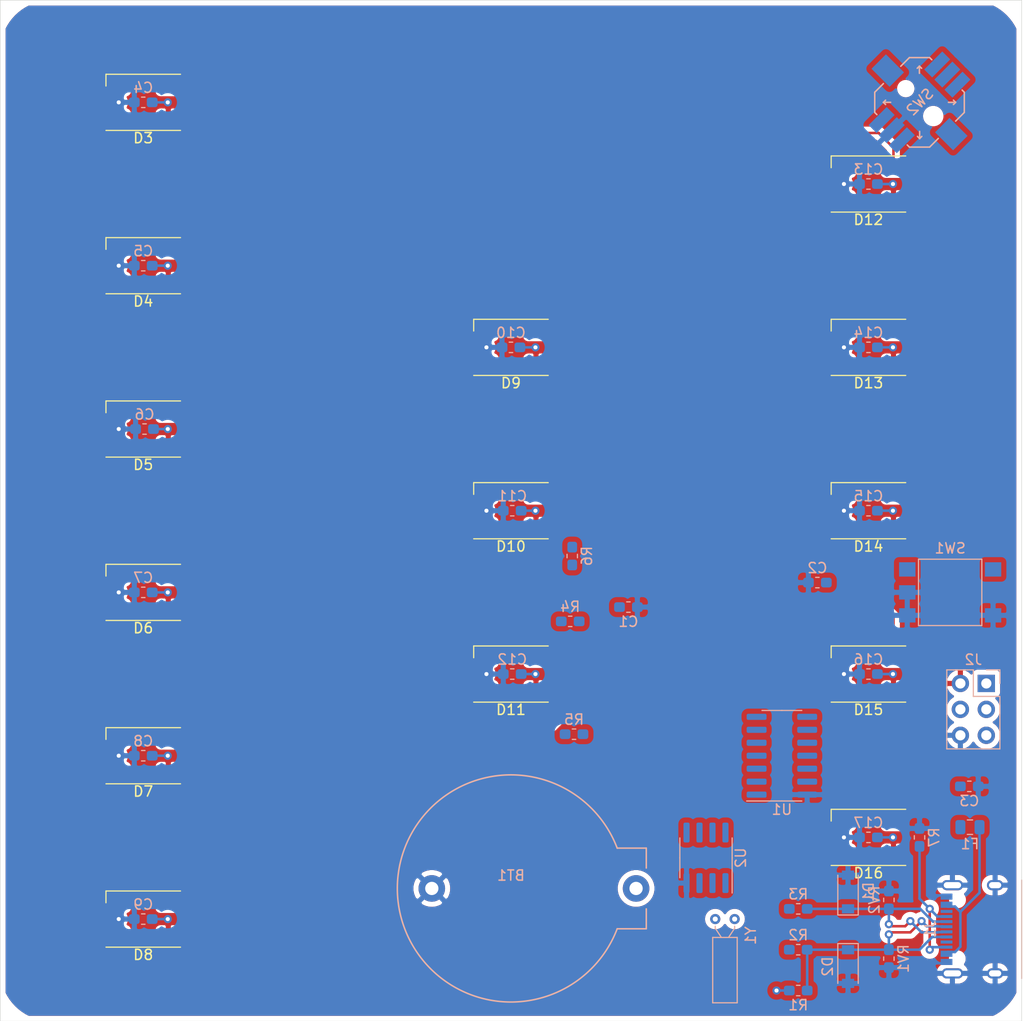
<source format=kicad_pcb>
(kicad_pcb (version 20171130) (host pcbnew "(5.1.2)-1")
  (layers (0 F.Cu signal) (31 B.Cu signal) (34 B.Paste user) (35 F.Paste user) (36 B.SilkS user) (37 F.SilkS user) (38 B.Mask user) (39 F.Mask user) (44 Edge.Cuts user))
  (net 0 "")
  (net 1 "Net-(BT1-Pad1)")
  (net 2 GND)
  (net 3 +5V)
  (net 4 "Net-(D1-Pad1)")
  (net 5 "Net-(D2-Pad1)")
  (net 6 "Net-(D3-Pad4)")
  (net 7 "Net-(D3-Pad2)")
  (net 8 "Net-(D4-Pad2)")
  (net 9 "Net-(D5-Pad2)")
  (net 10 "Net-(D6-Pad2)")
  (net 11 "Net-(D7-Pad2)")
  (net 12 "Net-(D8-Pad2)")
  (net 13 "Net-(D10-Pad4)")
  (net 14 "Net-(D10-Pad2)")
  (net 15 "Net-(D11-Pad2)")
  (net 16 "Net-(D12-Pad2)")
  (net 17 "Net-(D13-Pad2)")
  (net 18 "Net-(D14-Pad2)")
  (net 19 "Net-(D15-Pad2)")
  (net 20 "Net-(D16-Pad2)")
  (net 21 "Net-(F1-Pad2)")
  (net 22 "Net-(J1-PadA5)")
  (net 23 "Net-(J1-PadA8)")
  (net 24 "Net-(J1-PadB8)")
  (net 25 "Net-(J2-Pad1)")
  (net 26 "Net-(J2-Pad3)")
  (net 27 "Net-(J2-Pad4)")
  (net 28 "Net-(J2-Pad5)")
  (net 29 "Net-(R2-Pad2)")
  (net 30 "Net-(R3-Pad2)")
  (net 31 "Net-(SW2-Pad1)")
  (net 32 "Net-(SW2-Pad3)")
  (net 33 "Net-(SW2-Pad2)")
  (net 34 "Net-(SW2-Pad4)")
  (net 35 "Net-(SW2-Pad6)")
  (net 36 "Net-(U2-Pad1)")
  (net 37 "Net-(U2-Pad2)")
  (net 38 "Net-(U2-Pad7)")
  (module Clock_Footprints:U262-16XN-4BVC11 (layer B.Cu) (at 150 141 270)
    (fp_text reference J1 (at 0 8.95 270) (layer B.SilkS) (effects (justify mirror)))
    (fp_text value U262-16XN-4BVC11)
    (pad A12/B1 smd rect (at 3.2 7.355 270) (size 0.6 1.15) (layers B.Cu B.Paste B.Mask) (net 2 GND))
    (pad A9/B4 smd rect (at 2.4 7.355 270) (size 0.6 1.15) (layers B.Cu B.Paste B.Mask) (net 21 "Net-(F1-Pad2)"))
    (pad A1/B12 smd rect (at -3.2 7.355 270) (size 0.6 1.15) (layers B.Cu B.Paste B.Mask) (net 2 GND))
    (pad S1 thru_hole oval (at -4.32 2.6 270) (size 1 1.6) (drill oval 0.6 1.2) (layers *.Cu *.Mask) (net 2 GND))
    (pad S1 thru_hole oval (at 4.32 2.6 270) (size 1 1.6) (drill oval 0.6 1.2) (layers *.Cu *.Mask) (net 2 GND))
    (pad S1 thru_hole oval (at -4.32 6.78 270) (size 1 2.1) (drill oval 0.6 1.7) (layers *.Cu *.Mask) (net 2 GND))
    (pad S1 thru_hole oval (at 4.32 6.78 270) (size 1 2.1) (drill oval 0.6 1.7) (layers *.Cu *.Mask) (net 2 GND))
    (pad "" np_thru_hole circle (at -2.89 6.28 270) (size 0.65 0.65) (drill 0.65) (layers *.Cu *.Mask))
    (pad "" np_thru_hole circle (at 2.89 6.3 270) (size 0.65 0.65) (drill 0.65) (layers *.Cu *.Mask))
    (pad A4/B9 smd rect (at -2.4 7.355 270) (size 0.6 1.15) (layers B.Cu B.Paste B.Mask) (net 21 "Net-(F1-Pad2)"))
    (pad B8 smd rect (at -1.75 7.355 270) (size 0.3 1.15) (layers B.Cu B.Paste B.Mask) (net 24 "Net-(J1-PadB8)"))
    (pad A5 smd rect (at -1.25 7.355 270) (size 0.3 1.15) (layers B.Cu B.Paste B.Mask) (net 22 "Net-(J1-PadA5)"))
    (pad B7 smd rect (at -0.75 7.355 270) (size 0.3 1.15) (layers B.Cu B.Paste B.Mask) (net 4 "Net-(D1-Pad1)"))
    (pad A6 smd rect (at -0.25 7.355 270) (size 0.3 1.15) (layers B.Cu B.Paste B.Mask) (net 5 "Net-(D2-Pad1)"))
    (pad A7 smd rect (at 0.25 7.355 270) (size 0.3 1.15) (layers B.Cu B.Paste B.Mask) (net 4 "Net-(D1-Pad1)"))
    (pad B6 smd rect (at 0.75 7.355 270) (size 0.3 1.15) (layers B.Cu B.Paste B.Mask) (net 5 "Net-(D2-Pad1)"))
    (pad A8 smd rect (at 1.25 7.355 270) (size 0.3 1.15) (layers B.Cu B.Paste B.Mask) (net 23 "Net-(J1-PadA8)"))
    (pad B5 smd rect (at 1.75 7.355 270) (size 0.3 1.15) (layers B.Cu B.Paste B.Mask) (net 22 "Net-(J1-PadA5)"))
  )
  (module Clock_Footprints:K1-5203UA-01 (layer B.Cu) (at 140 60 45)
    (fp_text reference SW2 (at 0.059999 0 225) (layer B.SilkS) (effects (justify mirror)))
    (fp_text value SW_5_Way)
    (pad 6 smd rect (at -3.85 1.4 225) (size 2.5 1.1) (layers B.Cu B.Paste B.Mask) (net 35 "Net-(SW2-Pad6)"))
    (pad 4 smd rect (at -3.85 -1.4 225) (size 2.5 1.1) (layers B.Cu B.Paste B.Mask) (net 34 "Net-(SW2-Pad4)"))
    (pad 5 smd rect (at -3.85 0 225) (size 2.5 1.1) (layers B.Cu B.Paste B.Mask) (net 2 GND))
    (pad "" smd rect (at 0 -4.4 45) (size 2 2.5) (layers B.Cu B.Paste B.Mask))
    (pad "" smd rect (at 0 4.4 45) (size 2 2.5) (layers B.Cu B.Paste B.Mask))
    (pad "" np_thru_hole circle (at 0 -1.9 45) (size 0.7 0.7) (drill 0.7) (layers *.Cu))
    (pad "" np_thru_hole circle (at 0 1.9 45) (size 1 1) (drill 1) (layers *.Cu))
    (pad 2 smd rect (at 3.85 0 45) (size 2.5 1.1) (layers B.Cu B.Paste B.Mask) (net 33 "Net-(SW2-Pad2)"))
    (pad 3 smd rect (at 3.85 1.4 45) (size 2.5 1.1) (layers B.Cu B.Paste B.Mask) (net 32 "Net-(SW2-Pad3)"))
    (pad 1 smd rect (at 3.85 -1.4 45) (size 2.5 1.1) (layers B.Cu B.Paste B.Mask) (net 31 "Net-(SW2-Pad1)"))
  )
  (module LED_SMD:LED_SK6812_PLCC4_5.0x5.0mm_P3.2mm (layer F.Cu) (at 135 132 180)
    (fp_text reference D16 (at 0 -3.5) (layer F.SilkS))
    (fp_text value SK6812)
    (pad 3 smd rect (at -2.45 -1.6 180) (size 1.5 1) (layers F.Cu F.Paste F.Mask) (net 3 +5V))
    (pad 4 smd rect (at -2.45 1.6 180) (size 1.5 1) (layers F.Cu F.Paste F.Mask) (net 19 "Net-(D15-Pad2)"))
    (pad 2 smd rect (at 2.45 -1.6 180) (size 1.5 1) (layers F.Cu F.Paste F.Mask) (net 20 "Net-(D16-Pad2)"))
    (pad 1 smd rect (at 2.45 1.6 180) (size 1.5 1) (layers F.Cu F.Paste F.Mask) (net 2 GND))
  )
  (module LED_SMD:LED_SK6812_PLCC4_5.0x5.0mm_P3.2mm (layer F.Cu) (at 100 100 180)
    (fp_text reference D10 (at 0 -3.5) (layer F.SilkS))
    (fp_text value SK6812)
    (pad 3 smd rect (at -2.45 -1.6 180) (size 1.5 1) (layers F.Cu F.Paste F.Mask) (net 3 +5V))
    (pad 4 smd rect (at -2.45 1.6 180) (size 1.5 1) (layers F.Cu F.Paste F.Mask) (net 13 "Net-(D10-Pad4)"))
    (pad 2 smd rect (at 2.45 -1.6 180) (size 1.5 1) (layers F.Cu F.Paste F.Mask) (net 14 "Net-(D10-Pad2)"))
    (pad 1 smd rect (at 2.45 1.6 180) (size 1.5 1) (layers F.Cu F.Paste F.Mask) (net 2 GND))
  )
  (module Clock_Footprints:BS-2-1 (layer B.Cu) (at 100 137)
    (fp_text reference BT1 (at 0 -1.27) (layer B.SilkS) (effects (justify mirror)))
    (fp_text value CR3032)
    (pad 1 thru_hole circle (at 12.25 0) (size 2.6 2.6) (drill 1.3) (layers *.Cu *.Mask) (net 1 "Net-(BT1-Pad1)"))
    (pad 2 thru_hole circle (at -7.75 0) (size 2.6 2.6) (drill 1.3) (layers *.Cu *.Mask) (net 2 GND))
  )
  (module Capacitor_SMD:C_0603_1608Metric_Pad1.05x0.95mm_HandSolder (layer B.Cu) (at 111.5 109.44)
    (fp_text reference C1 (at 0 1.43) (layer B.SilkS) (effects (justify mirror)))
    (fp_text value 104)
    (pad 2 smd roundrect (at 0.875 0) (size 1.05 0.95) (layers B.Cu B.Paste B.Mask) (net 2 GND))
    (pad 1 smd roundrect (at -0.875 0) (size 1.05 0.95) (layers B.Cu B.Paste B.Mask) (net 3 +5V))
  )
  (module Capacitor_SMD:C_0603_1608Metric_Pad1.05x0.95mm_HandSolder (layer B.Cu) (at 130 107.04 180)
    (fp_text reference C2 (at 0 1.43) (layer B.SilkS) (effects (justify mirror)))
    (fp_text value 104)
    (pad 1 smd roundrect (at -0.875 0 180) (size 1.05 0.95) (layers B.Cu B.Paste B.Mask) (net 3 +5V))
    (pad 2 smd roundrect (at 0.875 0 180) (size 1.05 0.95) (layers B.Cu B.Paste B.Mask) (net 2 GND))
  )
  (module Capacitor_SMD:C_0603_1608Metric_Pad1.05x0.95mm_HandSolder (layer B.Cu) (at 144.875 127)
    (fp_text reference C3 (at 0 1.43) (layer B.SilkS) (effects (justify mirror)))
    (fp_text value 226)
    (pad 2 smd roundrect (at 0.875 0) (size 1.05 0.95) (layers B.Cu B.Paste B.Mask) (net 2 GND))
    (pad 1 smd roundrect (at -0.875 0) (size 1.05 0.95) (layers B.Cu B.Paste B.Mask) (net 3 +5V))
  )
  (module Capacitor_SMD:C_0603_1608Metric_Pad1.05x0.95mm_HandSolder (layer B.Cu) (at 64 60 180)
    (fp_text reference C4 (at 0 1.43 180) (layer B.SilkS) (effects (justify mirror)))
    (fp_text value 104)
    (pad 2 smd roundrect (at 0.875 0 180) (size 1.05 0.95) (layers B.Cu B.Paste B.Mask) (net 2 GND))
    (pad 1 smd roundrect (at -0.875 0 180) (size 1.05 0.95) (layers B.Cu B.Paste B.Mask) (net 3 +5V))
  )
  (module Capacitor_SMD:C_0603_1608Metric_Pad1.05x0.95mm_HandSolder (layer B.Cu) (at 64 76 180)
    (fp_text reference C5 (at 0 1.43 180) (layer B.SilkS) (effects (justify mirror)))
    (fp_text value 104)
    (pad 1 smd roundrect (at -0.875 0 180) (size 1.05 0.95) (layers B.Cu B.Paste B.Mask) (net 3 +5V))
    (pad 2 smd roundrect (at 0.875 0 180) (size 1.05 0.95) (layers B.Cu B.Paste B.Mask) (net 2 GND))
  )
  (module Capacitor_SMD:C_0603_1608Metric_Pad1.05x0.95mm_HandSolder (layer B.Cu) (at 64.125 92 180)
    (fp_text reference C6 (at 0 1.43 180) (layer B.SilkS) (effects (justify mirror)))
    (fp_text value 104)
    (pad 2 smd roundrect (at 0.875 0 180) (size 1.05 0.95) (layers B.Cu B.Paste B.Mask) (net 2 GND))
    (pad 1 smd roundrect (at -0.875 0 180) (size 1.05 0.95) (layers B.Cu B.Paste B.Mask) (net 3 +5V))
  )
  (module Capacitor_SMD:C_0603_1608Metric_Pad1.05x0.95mm_HandSolder (layer B.Cu) (at 64 108 180)
    (fp_text reference C7 (at 0 1.43 180) (layer B.SilkS) (effects (justify mirror)))
    (fp_text value 104)
    (pad 1 smd roundrect (at -0.875 0 180) (size 1.05 0.95) (layers B.Cu B.Paste B.Mask) (net 3 +5V))
    (pad 2 smd roundrect (at 0.875 0 180) (size 1.05 0.95) (layers B.Cu B.Paste B.Mask) (net 2 GND))
  )
  (module Capacitor_SMD:C_0603_1608Metric_Pad1.05x0.95mm_HandSolder (layer B.Cu) (at 64 124 180)
    (fp_text reference C8 (at 0 1.43 180) (layer B.SilkS) (effects (justify mirror)))
    (fp_text value 104)
    (pad 2 smd roundrect (at 0.875 0 180) (size 1.05 0.95) (layers B.Cu B.Paste B.Mask) (net 2 GND))
    (pad 1 smd roundrect (at -0.875 0 180) (size 1.05 0.95) (layers B.Cu B.Paste B.Mask) (net 3 +5V))
  )
  (module Capacitor_SMD:C_0603_1608Metric_Pad1.05x0.95mm_HandSolder (layer B.Cu) (at 64 140 180)
    (fp_text reference C9 (at 0 1.43 180) (layer B.SilkS) (effects (justify mirror)))
    (fp_text value 104)
    (pad 1 smd roundrect (at -0.875 0 180) (size 1.05 0.95) (layers B.Cu B.Paste B.Mask) (net 3 +5V))
    (pad 2 smd roundrect (at 0.875 0 180) (size 1.05 0.95) (layers B.Cu B.Paste B.Mask) (net 2 GND))
  )
  (module Capacitor_SMD:C_0603_1608Metric_Pad1.05x0.95mm_HandSolder (layer B.Cu) (at 100 84 180)
    (fp_text reference C10 (at 0 1.43) (layer B.SilkS) (effects (justify mirror)))
    (fp_text value 104)
    (pad 1 smd roundrect (at -0.875 0 180) (size 1.05 0.95) (layers B.Cu B.Paste B.Mask) (net 3 +5V))
    (pad 2 smd roundrect (at 0.875 0 180) (size 1.05 0.95) (layers B.Cu B.Paste B.Mask) (net 2 GND))
  )
  (module Capacitor_SMD:C_0603_1608Metric_Pad1.05x0.95mm_HandSolder (layer B.Cu) (at 100.125 100 180)
    (fp_text reference C11 (at 0 1.43) (layer B.SilkS) (effects (justify mirror)))
    (fp_text value 104)
    (pad 2 smd roundrect (at 0.875 0 180) (size 1.05 0.95) (layers B.Cu B.Paste B.Mask) (net 2 GND))
    (pad 1 smd roundrect (at -0.875 0 180) (size 1.05 0.95) (layers B.Cu B.Paste B.Mask) (net 3 +5V))
  )
  (module Capacitor_SMD:C_0603_1608Metric_Pad1.05x0.95mm_HandSolder (layer B.Cu) (at 100.125 116 180)
    (fp_text reference C12 (at 0 1.43) (layer B.SilkS) (effects (justify mirror)))
    (fp_text value 104)
    (pad 2 smd roundrect (at 0.875 0 180) (size 1.05 0.95) (layers B.Cu B.Paste B.Mask) (net 2 GND))
    (pad 1 smd roundrect (at -0.875 0 180) (size 1.05 0.95) (layers B.Cu B.Paste B.Mask) (net 3 +5V))
  )
  (module Capacitor_SMD:C_0603_1608Metric_Pad1.05x0.95mm_HandSolder (layer B.Cu) (at 135 68 180)
    (fp_text reference C13 (at 0 1.43) (layer B.SilkS) (effects (justify mirror)))
    (fp_text value 104)
    (pad 1 smd roundrect (at -0.875 0 180) (size 1.05 0.95) (layers B.Cu B.Paste B.Mask) (net 3 +5V))
    (pad 2 smd roundrect (at 0.875 0 180) (size 1.05 0.95) (layers B.Cu B.Paste B.Mask) (net 2 GND))
  )
  (module Capacitor_SMD:C_0603_1608Metric_Pad1.05x0.95mm_HandSolder (layer B.Cu) (at 135 84 180)
    (fp_text reference C14 (at 0 1.43) (layer B.SilkS) (effects (justify mirror)))
    (fp_text value 104)
    (pad 2 smd roundrect (at 0.875 0 180) (size 1.05 0.95) (layers B.Cu B.Paste B.Mask) (net 2 GND))
    (pad 1 smd roundrect (at -0.875 0 180) (size 1.05 0.95) (layers B.Cu B.Paste B.Mask) (net 3 +5V))
  )
  (module Capacitor_SMD:C_0603_1608Metric_Pad1.05x0.95mm_HandSolder (layer B.Cu) (at 135 100 180)
    (fp_text reference C15 (at 0 1.43) (layer B.SilkS) (effects (justify mirror)))
    (fp_text value 104)
    (pad 1 smd roundrect (at -0.875 0 180) (size 1.05 0.95) (layers B.Cu B.Paste B.Mask) (net 3 +5V))
    (pad 2 smd roundrect (at 0.875 0 180) (size 1.05 0.95) (layers B.Cu B.Paste B.Mask) (net 2 GND))
  )
  (module Capacitor_SMD:C_0603_1608Metric_Pad1.05x0.95mm_HandSolder (layer B.Cu) (at 135 116 180)
    (fp_text reference C16 (at 0 1.43) (layer B.SilkS) (effects (justify mirror)))
    (fp_text value 104)
    (pad 1 smd roundrect (at -0.875 0 180) (size 1.05 0.95) (layers B.Cu B.Paste B.Mask) (net 3 +5V))
    (pad 2 smd roundrect (at 0.875 0 180) (size 1.05 0.95) (layers B.Cu B.Paste B.Mask) (net 2 GND))
  )
  (module Capacitor_SMD:C_0603_1608Metric_Pad1.05x0.95mm_HandSolder (layer B.Cu) (at 135 132 180)
    (fp_text reference C17 (at 0 1.43) (layer B.SilkS) (effects (justify mirror)))
    (fp_text value 104)
    (pad 2 smd roundrect (at 0.875 0 180) (size 1.05 0.95) (layers B.Cu B.Paste B.Mask) (net 2 GND))
    (pad 1 smd roundrect (at -0.875 0 180) (size 1.05 0.95) (layers B.Cu B.Paste B.Mask) (net 3 +5V))
  )
  (module Diode_SMD:D_SOD-123 (layer B.Cu) (at 133 137.35 90)
    (fp_text reference D1 (at 0 2 270) (layer B.SilkS) (effects (justify mirror)))
    (fp_text value 3.6v)
    (pad 1 smd rect (at -1.65 0 90) (size 0.9 1.2) (layers B.Cu B.Paste B.Mask) (net 4 "Net-(D1-Pad1)"))
    (pad 2 smd rect (at 1.65 0 90) (size 0.9 1.2) (layers B.Cu B.Paste B.Mask) (net 2 GND))
  )
  (module Diode_SMD:D_SOD-123 (layer B.Cu) (at 133 144.65 270)
    (fp_text reference D2 (at 0 2 270) (layer B.SilkS) (effects (justify mirror)))
    (fp_text value 3.6v)
    (pad 2 smd rect (at 1.65 0 270) (size 0.9 1.2) (layers B.Cu B.Paste B.Mask) (net 2 GND))
    (pad 1 smd rect (at -1.65 0 270) (size 0.9 1.2) (layers B.Cu B.Paste B.Mask) (net 5 "Net-(D2-Pad1)"))
  )
  (module LED_SMD:LED_SK6812_PLCC4_5.0x5.0mm_P3.2mm (layer F.Cu) (at 64 60 180)
    (fp_text reference D3 (at 0 -3.5) (layer F.SilkS))
    (fp_text value SK6812)
    (pad 1 smd rect (at 2.45 1.6 180) (size 1.5 1) (layers F.Cu F.Paste F.Mask) (net 2 GND))
    (pad 2 smd rect (at 2.45 -1.6 180) (size 1.5 1) (layers F.Cu F.Paste F.Mask) (net 7 "Net-(D3-Pad2)"))
    (pad 4 smd rect (at -2.45 1.6 180) (size 1.5 1) (layers F.Cu F.Paste F.Mask) (net 6 "Net-(D3-Pad4)"))
    (pad 3 smd rect (at -2.45 -1.6 180) (size 1.5 1) (layers F.Cu F.Paste F.Mask) (net 3 +5V))
  )
  (module LED_SMD:LED_SK6812_PLCC4_5.0x5.0mm_P3.2mm (layer F.Cu) (at 64 76 180)
    (fp_text reference D4 (at 0 -3.5) (layer F.SilkS))
    (fp_text value SK6812)
    (pad 3 smd rect (at -2.45 -1.6 180) (size 1.5 1) (layers F.Cu F.Paste F.Mask) (net 3 +5V))
    (pad 4 smd rect (at -2.45 1.6 180) (size 1.5 1) (layers F.Cu F.Paste F.Mask) (net 7 "Net-(D3-Pad2)"))
    (pad 2 smd rect (at 2.45 -1.6 180) (size 1.5 1) (layers F.Cu F.Paste F.Mask) (net 8 "Net-(D4-Pad2)"))
    (pad 1 smd rect (at 2.45 1.6 180) (size 1.5 1) (layers F.Cu F.Paste F.Mask) (net 2 GND))
  )
  (module LED_SMD:LED_SK6812_PLCC4_5.0x5.0mm_P3.2mm (layer F.Cu) (at 64 92 180)
    (fp_text reference D5 (at 0 -3.5) (layer F.SilkS))
    (fp_text value SK6812)
    (pad 1 smd rect (at 2.45 1.6 180) (size 1.5 1) (layers F.Cu F.Paste F.Mask) (net 2 GND))
    (pad 2 smd rect (at 2.45 -1.6 180) (size 1.5 1) (layers F.Cu F.Paste F.Mask) (net 9 "Net-(D5-Pad2)"))
    (pad 4 smd rect (at -2.45 1.6 180) (size 1.5 1) (layers F.Cu F.Paste F.Mask) (net 8 "Net-(D4-Pad2)"))
    (pad 3 smd rect (at -2.45 -1.6 180) (size 1.5 1) (layers F.Cu F.Paste F.Mask) (net 3 +5V))
  )
  (module LED_SMD:LED_SK6812_PLCC4_5.0x5.0mm_P3.2mm (layer F.Cu) (at 64 108 180)
    (fp_text reference D6 (at 0 -3.5) (layer F.SilkS))
    (fp_text value SK6812)
    (pad 3 smd rect (at -2.45 -1.6 180) (size 1.5 1) (layers F.Cu F.Paste F.Mask) (net 3 +5V))
    (pad 4 smd rect (at -2.45 1.6 180) (size 1.5 1) (layers F.Cu F.Paste F.Mask) (net 9 "Net-(D5-Pad2)"))
    (pad 2 smd rect (at 2.45 -1.6 180) (size 1.5 1) (layers F.Cu F.Paste F.Mask) (net 10 "Net-(D6-Pad2)"))
    (pad 1 smd rect (at 2.45 1.6 180) (size 1.5 1) (layers F.Cu F.Paste F.Mask) (net 2 GND))
  )
  (module LED_SMD:LED_SK6812_PLCC4_5.0x5.0mm_P3.2mm (layer F.Cu) (at 64 124 180)
    (fp_text reference D7 (at 0 -3.5) (layer F.SilkS))
    (fp_text value SK6812)
    (pad 1 smd rect (at 2.45 1.6 180) (size 1.5 1) (layers F.Cu F.Paste F.Mask) (net 2 GND))
    (pad 2 smd rect (at 2.45 -1.6 180) (size 1.5 1) (layers F.Cu F.Paste F.Mask) (net 11 "Net-(D7-Pad2)"))
    (pad 4 smd rect (at -2.45 1.6 180) (size 1.5 1) (layers F.Cu F.Paste F.Mask) (net 10 "Net-(D6-Pad2)"))
    (pad 3 smd rect (at -2.45 -1.6 180) (size 1.5 1) (layers F.Cu F.Paste F.Mask) (net 3 +5V))
  )
  (module LED_SMD:LED_SK6812_PLCC4_5.0x5.0mm_P3.2mm (layer F.Cu) (at 64 140 180)
    (fp_text reference D8 (at 0 -3.5) (layer F.SilkS))
    (fp_text value SK6812)
    (pad 3 smd rect (at -2.45 -1.6 180) (size 1.5 1) (layers F.Cu F.Paste F.Mask) (net 3 +5V))
    (pad 4 smd rect (at -2.45 1.6 180) (size 1.5 1) (layers F.Cu F.Paste F.Mask) (net 11 "Net-(D7-Pad2)"))
    (pad 2 smd rect (at 2.45 -1.6 180) (size 1.5 1) (layers F.Cu F.Paste F.Mask) (net 12 "Net-(D8-Pad2)"))
    (pad 1 smd rect (at 2.45 1.6 180) (size 1.5 1) (layers F.Cu F.Paste F.Mask) (net 2 GND))
  )
  (module LED_SMD:LED_SK6812_PLCC4_5.0x5.0mm_P3.2mm (layer F.Cu) (at 100 84 180)
    (fp_text reference D9 (at 0 -3.5) (layer F.SilkS))
    (fp_text value SK6812)
    (pad 1 smd rect (at 2.45 1.6 180) (size 1.5 1) (layers F.Cu F.Paste F.Mask) (net 2 GND))
    (pad 2 smd rect (at 2.45 -1.6 180) (size 1.5 1) (layers F.Cu F.Paste F.Mask) (net 13 "Net-(D10-Pad4)"))
    (pad 4 smd rect (at -2.45 1.6 180) (size 1.5 1) (layers F.Cu F.Paste F.Mask) (net 12 "Net-(D8-Pad2)"))
    (pad 3 smd rect (at -2.45 -1.6 180) (size 1.5 1) (layers F.Cu F.Paste F.Mask) (net 3 +5V))
  )
  (module LED_SMD:LED_SK6812_PLCC4_5.0x5.0mm_P3.2mm (layer F.Cu) (at 100 116 180)
    (fp_text reference D11 (at 0 -3.5) (layer F.SilkS))
    (fp_text value SK6812)
    (pad 3 smd rect (at -2.45 -1.6 180) (size 1.5 1) (layers F.Cu F.Paste F.Mask) (net 3 +5V))
    (pad 4 smd rect (at -2.45 1.6 180) (size 1.5 1) (layers F.Cu F.Paste F.Mask) (net 14 "Net-(D10-Pad2)"))
    (pad 2 smd rect (at 2.45 -1.6 180) (size 1.5 1) (layers F.Cu F.Paste F.Mask) (net 15 "Net-(D11-Pad2)"))
    (pad 1 smd rect (at 2.45 1.6 180) (size 1.5 1) (layers F.Cu F.Paste F.Mask) (net 2 GND))
  )
  (module LED_SMD:LED_SK6812_PLCC4_5.0x5.0mm_P3.2mm (layer F.Cu) (at 135 68 180)
    (fp_text reference D12 (at 0 -3.5) (layer F.SilkS))
    (fp_text value SK6812)
    (pad 1 smd rect (at 2.45 1.6 180) (size 1.5 1) (layers F.Cu F.Paste F.Mask) (net 2 GND))
    (pad 2 smd rect (at 2.45 -1.6 180) (size 1.5 1) (layers F.Cu F.Paste F.Mask) (net 16 "Net-(D12-Pad2)"))
    (pad 4 smd rect (at -2.45 1.6 180) (size 1.5 1) (layers F.Cu F.Paste F.Mask) (net 15 "Net-(D11-Pad2)"))
    (pad 3 smd rect (at -2.45 -1.6 180) (size 1.5 1) (layers F.Cu F.Paste F.Mask) (net 3 +5V))
  )
  (module LED_SMD:LED_SK6812_PLCC4_5.0x5.0mm_P3.2mm (layer F.Cu) (at 135 84 180)
    (fp_text reference D13 (at 0 -3.5) (layer F.SilkS))
    (fp_text value SK6812)
    (pad 3 smd rect (at -2.45 -1.6 180) (size 1.5 1) (layers F.Cu F.Paste F.Mask) (net 3 +5V))
    (pad 4 smd rect (at -2.45 1.6 180) (size 1.5 1) (layers F.Cu F.Paste F.Mask) (net 16 "Net-(D12-Pad2)"))
    (pad 2 smd rect (at 2.45 -1.6 180) (size 1.5 1) (layers F.Cu F.Paste F.Mask) (net 17 "Net-(D13-Pad2)"))
    (pad 1 smd rect (at 2.45 1.6 180) (size 1.5 1) (layers F.Cu F.Paste F.Mask) (net 2 GND))
  )
  (module LED_SMD:LED_SK6812_PLCC4_5.0x5.0mm_P3.2mm (layer F.Cu) (at 135 100 180)
    (fp_text reference D14 (at 0 -3.5) (layer F.SilkS))
    (fp_text value SK6812)
    (pad 1 smd rect (at 2.45 1.6 180) (size 1.5 1) (layers F.Cu F.Paste F.Mask) (net 2 GND))
    (pad 2 smd rect (at 2.45 -1.6 180) (size 1.5 1) (layers F.Cu F.Paste F.Mask) (net 18 "Net-(D14-Pad2)"))
    (pad 4 smd rect (at -2.45 1.6 180) (size 1.5 1) (layers F.Cu F.Paste F.Mask) (net 17 "Net-(D13-Pad2)"))
    (pad 3 smd rect (at -2.45 -1.6 180) (size 1.5 1) (layers F.Cu F.Paste F.Mask) (net 3 +5V))
  )
  (module LED_SMD:LED_SK6812_PLCC4_5.0x5.0mm_P3.2mm (layer F.Cu) (at 135 116 180)
    (fp_text reference D15 (at 0 -3.5) (layer F.SilkS))
    (fp_text value SK6812)
    (pad 1 smd rect (at 2.45 1.6 180) (size 1.5 1) (layers F.Cu F.Paste F.Mask) (net 2 GND))
    (pad 2 smd rect (at 2.45 -1.6 180) (size 1.5 1) (layers F.Cu F.Paste F.Mask) (net 19 "Net-(D15-Pad2)"))
    (pad 4 smd rect (at -2.45 1.6 180) (size 1.5 1) (layers F.Cu F.Paste F.Mask) (net 18 "Net-(D14-Pad2)"))
    (pad 3 smd rect (at -2.45 -1.6 180) (size 1.5 1) (layers F.Cu F.Paste F.Mask) (net 3 +5V))
  )
  (module Fuse:Fuse_0805_2012Metric (layer B.Cu) (at 144.9375 131)
    (fp_text reference F1 (at 0 1.65) (layer B.SilkS) (effects (justify mirror)))
    (fp_text value "500mA PTC")
    (pad 1 smd roundrect (at -0.9375 0) (size 0.975 1.4) (layers B.Cu B.Paste B.Mask) (net 3 +5V))
    (pad 2 smd roundrect (at 0.9375 0) (size 0.975 1.4) (layers B.Cu B.Paste B.Mask) (net 21 "Net-(F1-Pad2)"))
  )
  (module Connector_PinHeader_2.54mm:PinHeader_2x03_P2.54mm_Vertical (layer B.Cu) (at 146.54 116.92 180)
    (fp_text reference J2 (at 1.27 2.33) (layer B.SilkS) (effects (justify mirror)))
    (fp_text value AVR-ISP-6)
    (pad 1 thru_hole rect (at 0 0 180) (size 1.7 1.7) (drill 1) (layers *.Cu *.Mask) (net 25 "Net-(J2-Pad1)"))
    (pad 2 thru_hole oval (at 2.54 0 180) (size 1.7 1.7) (drill 1) (layers *.Cu *.Mask) (net 3 +5V))
    (pad 3 thru_hole oval (at 0 -2.54 180) (size 1.7 1.7) (drill 1) (layers *.Cu *.Mask) (net 26 "Net-(J2-Pad3)"))
    (pad 4 thru_hole oval (at 2.54 -2.54 180) (size 1.7 1.7) (drill 1) (layers *.Cu *.Mask) (net 27 "Net-(J2-Pad4)"))
    (pad 5 thru_hole oval (at 0 -5.08 180) (size 1.7 1.7) (drill 1) (layers *.Cu *.Mask) (net 28 "Net-(J2-Pad5)"))
    (pad 6 thru_hole oval (at 2.54 -5.08 180) (size 1.7 1.7) (drill 1) (layers *.Cu *.Mask) (net 2 GND))
  )
  (module Resistor_SMD:R_0603_1608Metric_Pad1.05x0.95mm_HandSolder (layer B.Cu) (at 128.125 147)
    (fp_text reference R1 (at 0 1.43) (layer B.SilkS) (effects (justify mirror)))
    (fp_text value 1.5k)
    (pad 1 smd roundrect (at -0.875 0) (size 1.05 0.95) (layers B.Cu B.Paste B.Mask) (net 3 +5V))
    (pad 2 smd roundrect (at 0.875 0) (size 1.05 0.95) (layers B.Cu B.Paste B.Mask) (net 5 "Net-(D2-Pad1)"))
  )
  (module Resistor_SMD:R_0603_1608Metric_Pad1.05x0.95mm_HandSolder (layer B.Cu) (at 128.125 143 180)
    (fp_text reference R2 (at 0 1.43) (layer B.SilkS) (effects (justify mirror)))
    (fp_text value 68)
    (pad 2 smd roundrect (at 0.875 0 180) (size 1.05 0.95) (layers B.Cu B.Paste B.Mask) (net 29 "Net-(R2-Pad2)"))
    (pad 1 smd roundrect (at -0.875 0 180) (size 1.05 0.95) (layers B.Cu B.Paste B.Mask) (net 5 "Net-(D2-Pad1)"))
  )
  (module Resistor_SMD:R_0603_1608Metric_Pad1.05x0.95mm_HandSolder (layer B.Cu) (at 128.125 139 180)
    (fp_text reference R3 (at 0 1.43) (layer B.SilkS) (effects (justify mirror)))
    (fp_text value 68)
    (pad 1 smd roundrect (at -0.875 0 180) (size 1.05 0.95) (layers B.Cu B.Paste B.Mask) (net 4 "Net-(D1-Pad1)"))
    (pad 2 smd roundrect (at 0.875 0 180) (size 1.05 0.95) (layers B.Cu B.Paste B.Mask) (net 30 "Net-(R3-Pad2)"))
  )
  (module Resistor_SMD:R_0603_1608Metric_Pad1.05x0.95mm_HandSolder (layer B.Cu) (at 105.8 110.84 180)
    (fp_text reference R4 (at 0 1.43) (layer B.SilkS) (effects (justify mirror)))
    (fp_text value 5.1k)
    (pad 1 smd roundrect (at -0.875 0 180) (size 1.05 0.95) (layers B.Cu B.Paste B.Mask) (net 3 +5V))
    (pad 2 smd roundrect (at 0.875 0 180) (size 1.05 0.95) (layers B.Cu B.Paste B.Mask) (net 27 "Net-(J2-Pad4)"))
  )
  (module Resistor_SMD:R_0603_1608Metric_Pad1.05x0.95mm_HandSolder (layer B.Cu) (at 106.175 121.89 180)
    (fp_text reference R5 (at 0 1.43) (layer B.SilkS) (effects (justify mirror)))
    (fp_text value 5.1k)
    (pad 1 smd roundrect (at -0.875 0 180) (size 1.05 0.95) (layers B.Cu B.Paste B.Mask) (net 3 +5V))
    (pad 2 smd roundrect (at 0.875 0 180) (size 1.05 0.95) (layers B.Cu B.Paste B.Mask) (net 26 "Net-(J2-Pad3)"))
  )
  (module Resistor_SMD:R_0603_1608Metric_Pad1.05x0.95mm_HandSolder (layer B.Cu) (at 106 104.44 90)
    (fp_text reference R6 (at 0 1.43 270) (layer B.SilkS) (effects (justify mirror)))
    (fp_text value 5.1k)
    (pad 2 smd roundrect (at 0.875 0 90) (size 1.05 0.95) (layers B.Cu B.Paste B.Mask) (net 28 "Net-(J2-Pad5)"))
    (pad 1 smd roundrect (at -0.875 0 90) (size 1.05 0.95) (layers B.Cu B.Paste B.Mask) (net 3 +5V))
  )
  (module Resistor_SMD:R_0603_1608Metric_Pad1.05x0.95mm_HandSolder (layer B.Cu) (at 140 132 90)
    (fp_text reference R7 (at 0 1.43 90) (layer B.SilkS) (effects (justify mirror)))
    (fp_text value 5.1k)
    (pad 2 smd roundrect (at 0.875 0 90) (size 1.05 0.95) (layers B.Cu B.Paste B.Mask) (net 2 GND))
    (pad 1 smd roundrect (at -0.875 0 90) (size 1.05 0.95) (layers B.Cu B.Paste B.Mask) (net 22 "Net-(J1-PadA5)"))
  )
  (module Resistor_SMD:R_0603_1608Metric_Pad1.05x0.95mm_HandSolder (layer B.Cu) (at 137 143.875 90)
    (fp_text reference RV1 (at 0 1.43 270) (layer B.SilkS) (effects (justify mirror)))
    (fp_text value 5V)
    (pad 1 smd roundrect (at -0.875 0 90) (size 1.05 0.95) (layers B.Cu B.Paste B.Mask) (net 2 GND))
    (pad 2 smd roundrect (at 0.875 0 90) (size 1.05 0.95) (layers B.Cu B.Paste B.Mask) (net 5 "Net-(D2-Pad1)"))
  )
  (module Resistor_SMD:R_0603_1608Metric_Pad1.05x0.95mm_HandSolder (layer B.Cu) (at 137 138.125 270)
    (fp_text reference RV2 (at 0 1.43 270) (layer B.SilkS) (effects (justify mirror)))
    (fp_text value 5V)
    (pad 2 smd roundrect (at 0.875 0 270) (size 1.05 0.95) (layers B.Cu B.Paste B.Mask) (net 4 "Net-(D1-Pad1)"))
    (pad 1 smd roundrect (at -0.875 0 270) (size 1.05 0.95) (layers B.Cu B.Paste B.Mask) (net 2 GND))
  )
  (module Clock_Footprints:SKHMQKE010 (layer B.Cu) (at 143 108 180)
    (fp_text reference SW1 (at 0 4.318) (layer B.SilkS) (effects (justify mirror)))
    (fp_text value SKHMQKE010)
    (pad 1 smd rect (at -4.2 2.25 180) (size 1.6 1.4) (layers B.Cu B.Paste B.Mask) (net 28 "Net-(J2-Pad5)"))
    (pad 3 smd rect (at -4.2 -2.25 180) (size 1.6 1.4) (layers B.Cu B.Paste B.Mask) (net 2 GND))
    (pad 2 smd rect (at 4.2 2.25 180) (size 1.6 1.4) (layers B.Cu B.Paste B.Mask) (net 28 "Net-(J2-Pad5)"))
    (pad 5 smd rect (at 4.2 0 180) (size 1.6 1.4) (layers B.Cu B.Paste B.Mask) (net 2 GND))
    (pad 4 smd rect (at 4.2 -2.25 180) (size 1.6 1.4) (layers B.Cu B.Paste B.Mask) (net 2 GND))
  )
  (module Package_SO:SOIC-14_3.9x8.7mm_P1.27mm (layer B.Cu) (at 126.525 124)
    (fp_text reference U1 (at 0 5.28) (layer B.SilkS) (effects (justify mirror)))
    (fp_text value ATtiny84A-SSUR)
    (pad 1 smd roundrect (at -2.475 3.81) (size 1.95 0.6) (layers B.Cu B.Paste B.Mask) (net 3 +5V))
    (pad 2 smd roundrect (at -2.475 2.54) (size 1.95 0.6) (layers B.Cu B.Paste B.Mask) (net 29 "Net-(R2-Pad2)"))
    (pad 3 smd roundrect (at -2.475 1.27) (size 1.95 0.6) (layers B.Cu B.Paste B.Mask) (net 30 "Net-(R3-Pad2)"))
    (pad 4 smd roundrect (at -2.475 0) (size 1.95 0.6) (layers B.Cu B.Paste B.Mask) (net 28 "Net-(J2-Pad5)"))
    (pad 5 smd roundrect (at -2.475 -1.27) (size 1.95 0.6) (layers B.Cu B.Paste B.Mask) (net 20 "Net-(D16-Pad2)"))
    (pad 6 smd roundrect (at -2.475 -2.54) (size 1.95 0.6) (layers B.Cu B.Paste B.Mask) (net 35 "Net-(SW2-Pad6)"))
    (pad 7 smd roundrect (at -2.475 -3.81) (size 1.95 0.6) (layers B.Cu B.Paste B.Mask) (net 27 "Net-(J2-Pad4)"))
    (pad 8 smd roundrect (at 2.475 -3.81) (size 1.95 0.6) (layers B.Cu B.Paste B.Mask) (net 25 "Net-(J2-Pad1)"))
    (pad 9 smd roundrect (at 2.475 -2.54) (size 1.95 0.6) (layers B.Cu B.Paste B.Mask) (net 26 "Net-(J2-Pad3)"))
    (pad 10 smd roundrect (at 2.475 -1.27) (size 1.95 0.6) (layers B.Cu B.Paste B.Mask) (net 34 "Net-(SW2-Pad4)"))
    (pad 11 smd roundrect (at 2.475 0) (size 1.95 0.6) (layers B.Cu B.Paste B.Mask) (net 32 "Net-(SW2-Pad3)"))
    (pad 12 smd roundrect (at 2.475 1.27) (size 1.95 0.6) (layers B.Cu B.Paste B.Mask) (net 33 "Net-(SW2-Pad2)"))
    (pad 13 smd roundrect (at 2.475 2.54) (size 1.95 0.6) (layers B.Cu B.Paste B.Mask) (net 31 "Net-(SW2-Pad1)"))
    (pad 14 smd roundrect (at 2.475 3.81) (size 1.95 0.6) (layers B.Cu B.Paste B.Mask) (net 2 GND))
  )
  (module Package_SO:SOIC-8_3.9x4.9mm_P1.27mm (layer B.Cu) (at 119.095 134 90)
    (fp_text reference U2 (at 0 3.4 90) (layer B.SilkS) (effects (justify mirror)))
    (fp_text value DS1307Z+)
    (pad 1 smd roundrect (at -2.475 1.905 90) (size 1.95 0.6) (layers B.Cu B.Paste B.Mask) (net 36 "Net-(U2-Pad1)"))
    (pad 2 smd roundrect (at -2.475 0.635 90) (size 1.95 0.6) (layers B.Cu B.Paste B.Mask) (net 37 "Net-(U2-Pad2)"))
    (pad 3 smd roundrect (at -2.475 -0.635 90) (size 1.95 0.6) (layers B.Cu B.Paste B.Mask) (net 1 "Net-(BT1-Pad1)"))
    (pad 4 smd roundrect (at -2.475 -1.905 90) (size 1.95 0.6) (layers B.Cu B.Paste B.Mask) (net 2 GND))
    (pad 5 smd roundrect (at 2.475 -1.905 90) (size 1.95 0.6) (layers B.Cu B.Paste B.Mask) (net 27 "Net-(J2-Pad4)"))
    (pad 6 smd roundrect (at 2.475 -0.635 90) (size 1.95 0.6) (layers B.Cu B.Paste B.Mask) (net 26 "Net-(J2-Pad3)"))
    (pad 7 smd roundrect (at 2.475 0.635 90) (size 1.95 0.6) (layers B.Cu B.Paste B.Mask) (net 38 "Net-(U2-Pad7)"))
    (pad 8 smd roundrect (at 2.475 1.905 90) (size 1.95 0.6) (layers B.Cu B.Paste B.Mask) (net 3 +5V))
  )
  (module Crystal:Crystal_DS26_D2.0mm_L6.0mm_Horizontal (layer B.Cu) (at 121.9 140 180)
    (fp_text reference Y1 (at -1.57 -1.625 270) (layer B.SilkS) (effects (justify mirror)))
    (fp_text value "32.768 kHz")
    (pad 1 thru_hole circle (at 0 0 180) (size 1 1) (drill 0.5) (layers *.Cu *.Mask) (net 36 "Net-(U2-Pad1)"))
    (pad 2 thru_hole circle (at 1.9 0 180) (size 1 1) (drill 0.5) (layers *.Cu *.Mask) (net 37 "Net-(U2-Pad2)"))
  )
  (gr_line (start 150 50) (end 150 150) (layer Edge.Cuts) (width 0.05))
  (gr_line (start 150 150) (end 50 150) (layer Edge.Cuts) (width 0.05))
  (gr_line (start 50 50) (end 150 50) (layer Edge.Cuts) (width 0.05))
  (gr_line (start 50 150) (end 50 50) (layer Edge.Cuts) (width 0.05))
  (via (at 132.6 132) (size 0.8) (drill 0.4) (layers F.Cu B.Cu) (net 2))
  (segment (start 132.6 130.45) (end 132.55 130.4) (width 0.25) (layer F.Cu) (net 2))
  (segment (start 132.6 132) (end 132.6 130.45) (width 0.25) (layer F.Cu) (net 2))
  (via (at 132.6 116) (size 0.8) (drill 0.4) (layers F.Cu B.Cu) (net 2))
  (segment (start 132.6 114.45) (end 132.55 114.4) (width 0.25) (layer F.Cu) (net 2))
  (segment (start 132.6 116) (end 132.6 114.45) (width 0.25) (layer F.Cu) (net 2))
  (via (at 132.6 100) (size 0.8) (drill 0.4) (layers F.Cu B.Cu) (net 2))
  (segment (start 132.6 98.45) (end 132.55 98.4) (width 0.25) (layer F.Cu) (net 2))
  (segment (start 132.6 100) (end 132.6 98.45) (width 0.25) (layer F.Cu) (net 2))
  (via (at 132.6 84) (size 0.8) (drill 0.4) (layers F.Cu B.Cu) (net 2))
  (segment (start 132.6 82.45) (end 132.55 82.4) (width 0.25) (layer F.Cu) (net 2))
  (segment (start 132.6 84) (end 132.6 82.45) (width 0.25) (layer F.Cu) (net 2))
  (via (at 132.6 68) (size 0.8) (drill 0.4) (layers F.Cu B.Cu) (net 2))
  (segment (start 132.6 66.45) (end 132.55 66.4) (width 0.25) (layer F.Cu) (net 2))
  (segment (start 132.6 68) (end 132.6 66.45) (width 0.25) (layer F.Cu) (net 2))
  (via (at 97.6 116) (size 0.8) (drill 0.4) (layers F.Cu B.Cu) (net 2))
  (segment (start 97.6 114.45) (end 97.55 114.4) (width 0.25) (layer F.Cu) (net 2))
  (segment (start 97.6 116) (end 97.6 114.45) (width 0.25) (layer F.Cu) (net 2))
  (via (at 97.6 100) (size 0.8) (drill 0.4) (layers F.Cu B.Cu) (net 2))
  (segment (start 97.6 98.45) (end 97.55 98.4) (width 0.25) (layer F.Cu) (net 2))
  (segment (start 97.6 100) (end 97.6 98.45) (width 0.25) (layer F.Cu) (net 2))
  (via (at 97.6 84) (size 0.8) (drill 0.4) (layers F.Cu B.Cu) (net 2))
  (segment (start 97.6 82.45) (end 97.55 82.4) (width 0.25) (layer F.Cu) (net 2))
  (segment (start 97.6 84) (end 97.6 82.45) (width 0.25) (layer F.Cu) (net 2))
  (via (at 61.6 140) (size 0.8) (drill 0.4) (layers F.Cu B.Cu) (net 2))
  (segment (start 61.6 138.45) (end 61.55 138.4) (width 0.25) (layer F.Cu) (net 2))
  (segment (start 61.6 140) (end 61.6 138.45) (width 0.25) (layer F.Cu) (net 2))
  (via (at 61.6 124) (size 0.8) (drill 0.4) (layers F.Cu B.Cu) (net 2))
  (segment (start 61.6 122.45) (end 61.55 122.4) (width 0.25) (layer F.Cu) (net 2))
  (segment (start 61.6 124) (end 61.6 122.45) (width 0.25) (layer F.Cu) (net 2))
  (via (at 61.6 108) (size 0.8) (drill 0.4) (layers F.Cu B.Cu) (net 2))
  (segment (start 61.6 106.45) (end 61.55 106.4) (width 0.25) (layer F.Cu) (net 2))
  (segment (start 61.6 108) (end 61.6 106.45) (width 0.25) (layer F.Cu) (net 2))
  (via (at 61.6 92) (size 0.8) (drill 0.4) (layers F.Cu B.Cu) (net 2))
  (segment (start 61.6 90.45) (end 61.55 90.4) (width 0.25) (layer F.Cu) (net 2))
  (segment (start 61.6 92) (end 61.6 90.45) (width 0.25) (layer F.Cu) (net 2))
  (via (at 61.6 76) (size 0.8) (drill 0.4) (layers F.Cu B.Cu) (net 2))
  (via (at 61.6 60) (size 0.8) (drill 0.4) (layers F.Cu B.Cu) (net 2))
  (segment (start 61.6 58.45) (end 61.55 58.4) (width 0.25) (layer F.Cu) (net 2))
  (segment (start 61.6 60) (end 61.6 58.45) (width 0.25) (layer F.Cu) (net 2))
  (segment (start 61.6 74.45) (end 61.55 74.4) (width 0.25) (layer F.Cu) (net 2))
  (segment (start 61.6 76) (end 61.6 74.45) (width 0.25) (layer F.Cu) (net 2))
  (via (at 126 147) (size 0.8) (drill 0.4) (layers F.Cu B.Cu) (net 3))
  (segment (start 137.4 132) (end 135.875 132) (width 0.25) (layer B.Cu) (net 3))
  (segment (start 137.4 116) (end 135.875 116) (width 0.25) (layer B.Cu) (net 3))
  (segment (start 137.4 100) (end 135.875 100) (width 0.25) (layer B.Cu) (net 3))
  (segment (start 137.4 84) (end 135.875 84) (width 0.25) (layer B.Cu) (net 3))
  (segment (start 137.4 68) (end 135.875 68) (width 0.25) (layer B.Cu) (net 3))
  (segment (start 102.4 116) (end 100.875 116) (width 0.25) (layer B.Cu) (net 3))
  (segment (start 102.4 100) (end 100.875 100) (width 0.25) (layer B.Cu) (net 3))
  (segment (start 102.4 84) (end 100.875 84) (width 0.25) (layer B.Cu) (net 3))
  (via (at 137.4 132) (size 0.8) (drill 0.4) (layers F.Cu B.Cu) (net 3))
  (segment (start 137.4 133.55) (end 137.45 133.6) (width 0.25) (layer F.Cu) (net 3))
  (segment (start 137.4 132) (end 137.4 133.55) (width 0.25) (layer F.Cu) (net 3))
  (via (at 137.4 116) (size 0.8) (drill 0.4) (layers F.Cu B.Cu) (net 3))
  (segment (start 137.4 117.55) (end 137.45 117.6) (width 0.25) (layer F.Cu) (net 3))
  (segment (start 137.4 116) (end 137.4 117.55) (width 0.25) (layer F.Cu) (net 3))
  (via (at 137.4 100) (size 0.8) (drill 0.4) (layers F.Cu B.Cu) (net 3))
  (segment (start 137.4 101.55) (end 137.45 101.6) (width 0.25) (layer F.Cu) (net 3))
  (segment (start 137.4 100) (end 137.4 101.55) (width 0.25) (layer F.Cu) (net 3))
  (via (at 137.4 84) (size 0.8) (drill 0.4) (layers F.Cu B.Cu) (net 3))
  (segment (start 137.4 85.55) (end 137.45 85.6) (width 0.25) (layer F.Cu) (net 3))
  (segment (start 137.4 84) (end 137.4 85.55) (width 0.25) (layer F.Cu) (net 3))
  (via (at 137.4 68) (size 0.8) (drill 0.4) (layers F.Cu B.Cu) (net 3))
  (segment (start 137.4 69.55) (end 137.45 69.6) (width 0.25) (layer F.Cu) (net 3))
  (segment (start 137.4 68) (end 137.4 69.55) (width 0.25) (layer F.Cu) (net 3))
  (via (at 102.4 116) (size 0.8) (drill 0.4) (layers F.Cu B.Cu) (net 3))
  (segment (start 102.4 117.55) (end 102.45 117.6) (width 0.25) (layer F.Cu) (net 3))
  (segment (start 102.4 116) (end 102.4 117.55) (width 0.25) (layer F.Cu) (net 3))
  (via (at 102.4 100) (size 0.8) (drill 0.4) (layers F.Cu B.Cu) (net 3))
  (segment (start 102.4 101.55) (end 102.45 101.6) (width 0.25) (layer F.Cu) (net 3))
  (segment (start 102.4 100) (end 102.4 101.55) (width 0.25) (layer F.Cu) (net 3))
  (via (at 102.4 84) (size 0.8) (drill 0.4) (layers F.Cu B.Cu) (net 3))
  (segment (start 102.4 85.55) (end 102.45 85.6) (width 0.25) (layer F.Cu) (net 3))
  (segment (start 102.4 84) (end 102.4 85.55) (width 0.25) (layer F.Cu) (net 3))
  (via (at 66.4 140) (size 0.8) (drill 0.4) (layers F.Cu B.Cu) (net 3))
  (segment (start 66.4 141.55) (end 66.45 141.6) (width 0.25) (layer F.Cu) (net 3))
  (segment (start 66.4 140) (end 66.4 141.55) (width 0.25) (layer F.Cu) (net 3))
  (segment (start 66.4 140) (end 64.875 140) (width 0.25) (layer B.Cu) (net 3))
  (via (at 66.4 124) (size 0.8) (drill 0.4) (layers F.Cu B.Cu) (net 3))
  (segment (start 66.4 125.55) (end 66.45 125.6) (width 0.25) (layer F.Cu) (net 3))
  (segment (start 66.4 124) (end 66.4 125.55) (width 0.25) (layer F.Cu) (net 3))
  (segment (start 66.4 124) (end 64.875 124) (width 0.25) (layer B.Cu) (net 3))
  (via (at 66.4 108) (size 0.8) (drill 0.4) (layers F.Cu B.Cu) (net 3))
  (segment (start 66.4 109.55) (end 66.45 109.6) (width 0.25) (layer F.Cu) (net 3))
  (segment (start 66.4 108) (end 66.4 109.55) (width 0.25) (layer F.Cu) (net 3))
  (segment (start 66.4 108) (end 64.875 108) (width 0.25) (layer B.Cu) (net 3))
  (via (at 66.4 92) (size 0.8) (drill 0.4) (layers F.Cu B.Cu) (net 3))
  (segment (start 66.4 93.55) (end 66.45 93.6) (width 0.25) (layer F.Cu) (net 3))
  (segment (start 66.4 92) (end 66.4 93.55) (width 0.25) (layer F.Cu) (net 3))
  (segment (start 66.4 92) (end 64.875 92) (width 0.25) (layer B.Cu) (net 3))
  (via (at 66.4 76) (size 0.8) (drill 0.4) (layers F.Cu B.Cu) (net 3))
  (via (at 66.4 60) (size 0.8) (drill 0.4) (layers F.Cu B.Cu) (net 3))
  (segment (start 66.4 61.55) (end 66.45 61.6) (width 0.25) (layer F.Cu) (net 3))
  (segment (start 66.4 60) (end 66.4 61.55) (width 0.25) (layer F.Cu) (net 3))
  (segment (start 66.4 60) (end 64.875 60) (width 0.25) (layer B.Cu) (net 3))
  (segment (start 66.45 141.6) (end 67.45 141.6) (width 0.25) (layer F.Cu) (net 3))
  (segment (start 66.45 109.6) (end 67.45 109.6) (width 0.25) (layer F.Cu) (net 3))
  (segment (start 66.4 77.55) (end 66.45 77.6) (width 0.25) (layer F.Cu) (net 3))
  (segment (start 66.4 76) (end 66.4 77.55) (width 0.25) (layer F.Cu) (net 3))
  (segment (start 66.4 76) (end 64.875 76) (width 0.25) (layer B.Cu) (net 3))
  (segment (start 127.25 147) (end 126 147) (width 0.25) (layer B.Cu) (net 3))
  (via (at 139.1 140.2) (size 0.8) (drill 0.4) (layers F.Cu B.Cu) (net 4))
  (segment (start 140.2 141.3) (end 139.1 140.2) (width 0.25) (layer B.Cu) (net 4))
  (segment (start 141.8 141.3) (end 140.2 141.3) (width 0.25) (layer B.Cu) (net 4))
  (segment (start 137 139) (end 137 140.5) (width 0.25) (layer B.Cu) (net 4))
  (segment (start 137 140.5) (end 137 140.5) (width 0.25) (layer B.Cu) (net 4))
  (via (at 137 140.5) (size 0.8) (drill 0.4) (layers F.Cu B.Cu) (net 4))
  (segment (start 137.2 140.7) (end 137 140.5) (width 0.25) (layer F.Cu) (net 4))
  (segment (start 139.1 140.2) (end 138.6 140.7) (width 0.25) (layer F.Cu) (net 4))
  (segment (start 138.6 140.7) (end 137.2 140.7) (width 0.25) (layer F.Cu) (net 4))
  (segment (start 129 139) (end 133 139) (width 0.25) (layer B.Cu) (net 4))
  (segment (start 133 139) (end 137 139) (width 0.25) (layer B.Cu) (net 4))
  (segment (start 141.825001 141.274999) (end 141.8 141.3) (width 0.25) (layer B.Cu) (net 4))
  (segment (start 142.225001 141.274999) (end 141.825001 141.274999) (width 0.25) (layer B.Cu) (net 4))
  (segment (start 142.25 141.25) (end 142.225001 141.274999) (width 0.25) (layer B.Cu) (net 4))
  (segment (start 142.645 141.25) (end 142.25 141.25) (width 0.25) (layer B.Cu) (net 4))
  (segment (start 141.82 140.25) (end 142.645 140.25) (width 0.25) (layer B.Cu) (net 4))
  (segment (start 141.323002 140.25) (end 141.82 140.25) (width 0.25) (layer B.Cu) (net 4))
  (segment (start 140.073002 139) (end 141.323002 140.25) (width 0.25) (layer B.Cu) (net 4))
  (segment (start 137 139) (end 140.073002 139) (width 0.25) (layer B.Cu) (net 4))
  (via (at 140.2 140.2) (size 0.8) (drill 0.4) (layers F.Cu B.Cu) (net 5))
  (segment (start 140.2 140.2) (end 140.7 140.7) (width 0.25) (layer B.Cu) (net 5))
  (segment (start 137 143) (end 137 141.5) (width 0.25) (layer B.Cu) (net 5))
  (segment (start 137 141.5) (end 137 141.5) (width 0.25) (layer B.Cu) (net 5))
  (via (at 137 141.5) (size 0.8) (drill 0.4) (layers F.Cu B.Cu) (net 5))
  (segment (start 137.2 141.3) (end 137 141.5) (width 0.25) (layer F.Cu) (net 5))
  (segment (start 140.2 140.2) (end 139.1 141.3) (width 0.25) (layer F.Cu) (net 5))
  (segment (start 139.1 141.3) (end 137.2 141.3) (width 0.25) (layer F.Cu) (net 5))
  (segment (start 140.7 140.7) (end 141.799998 140.7) (width 0.25) (layer B.Cu) (net 5))
  (segment (start 137 143) (end 133 143) (width 0.25) (layer B.Cu) (net 5))
  (segment (start 133 143) (end 129 143) (width 0.25) (layer B.Cu) (net 5))
  (segment (start 129 147) (end 129 143) (width 0.25) (layer B.Cu) (net 5))
  (segment (start 141.824999 140.725001) (end 141.799998 140.7) (width 0.25) (layer B.Cu) (net 5))
  (segment (start 142.225001 140.725001) (end 141.824999 140.725001) (width 0.25) (layer B.Cu) (net 5))
  (segment (start 142.25 140.75) (end 142.225001 140.725001) (width 0.25) (layer B.Cu) (net 5))
  (segment (start 142.645 140.75) (end 142.25 140.75) (width 0.25) (layer B.Cu) (net 5))
  (segment (start 137 143) (end 140 143) (width 0.25) (layer B.Cu) (net 5))
  (segment (start 141.25 141.75) (end 142.645 141.75) (width 0.25) (layer B.Cu) (net 5))
  (segment (start 140 143) (end 141.25 141.75) (width 0.25) (layer B.Cu) (net 5))
  (segment (start 61.55 61.6) (end 61.55 65.55) (width 0.25) (layer F.Cu) (net 7))
  (segment (start 66.45 70.45) (end 66.45 74.4) (width 0.25) (layer F.Cu) (net 7))
  (segment (start 61.55 65.55) (end 66.45 70.45) (width 0.25) (layer F.Cu) (net 7))
  (segment (start 61.55 81.55) (end 66.45 86.45) (width 0.25) (layer F.Cu) (net 8))
  (segment (start 66.45 86.45) (end 66.45 90.4) (width 0.25) (layer F.Cu) (net 8))
  (segment (start 61.55 77.6) (end 61.55 81.55) (width 0.25) (layer F.Cu) (net 8))
  (segment (start 61.55 97.55) (end 66.45 102.45) (width 0.25) (layer F.Cu) (net 9))
  (segment (start 66.45 102.45) (end 66.45 106.4) (width 0.25) (layer F.Cu) (net 9))
  (segment (start 61.55 93.6) (end 61.55 97.55) (width 0.25) (layer F.Cu) (net 9))
  (segment (start 61.55 113.55) (end 66.45 118.45) (width 0.25) (layer F.Cu) (net 10))
  (segment (start 66.45 118.45) (end 66.45 122.4) (width 0.25) (layer F.Cu) (net 10))
  (segment (start 61.55 109.6) (end 61.55 113.55) (width 0.25) (layer F.Cu) (net 10))
  (segment (start 61.55 129.55) (end 66.45 134.45) (width 0.25) (layer F.Cu) (net 11))
  (segment (start 66.45 134.45) (end 66.45 138.4) (width 0.25) (layer F.Cu) (net 11))
  (segment (start 61.55 125.6) (end 61.55 129.55) (width 0.25) (layer F.Cu) (net 11))
  (segment (start 102.45 80.45) (end 102.45 82.4) (width 0.25) (layer F.Cu) (net 12))
  (segment (start 101 79) (end 102.45 80.45) (width 0.25) (layer F.Cu) (net 12))
  (segment (start 61.55 141.6) (end 61.55 143.55) (width 0.25) (layer F.Cu) (net 12))
  (segment (start 61.55 143.55) (end 63 145) (width 0.25) (layer F.Cu) (net 12))
  (segment (start 63 145) (end 68 145) (width 0.25) (layer F.Cu) (net 12))
  (segment (start 68 145) (end 80 133) (width 0.25) (layer F.Cu) (net 12))
  (segment (start 96 79) (end 80 95) (width 0.25) (layer F.Cu) (net 12))
  (segment (start 80 133) (end 80 95) (width 0.25) (layer F.Cu) (net 12))
  (segment (start 96 79) (end 101 79) (width 0.25) (layer F.Cu) (net 12))
  (segment (start 97.55 89.55) (end 102.45 94.45) (width 0.25) (layer F.Cu) (net 13))
  (segment (start 102.45 94.45) (end 102.45 98.4) (width 0.25) (layer F.Cu) (net 13))
  (segment (start 97.55 85.6) (end 97.55 89.55) (width 0.25) (layer F.Cu) (net 13))
  (segment (start 97.55 105.55) (end 102.45 110.45) (width 0.25) (layer F.Cu) (net 14))
  (segment (start 102.45 110.45) (end 102.45 114.4) (width 0.25) (layer F.Cu) (net 14))
  (segment (start 97.55 101.6) (end 97.55 105.55) (width 0.25) (layer F.Cu) (net 14))
  (segment (start 137.45 66.4) (end 137.45 64.45) (width 0.25) (layer F.Cu) (net 15))
  (segment (start 137.45 64.45) (end 136 63) (width 0.25) (layer F.Cu) (net 15))
  (segment (start 97.55 117.6) (end 97.55 119.55) (width 0.25) (layer F.Cu) (net 15))
  (segment (start 97.55 119.55) (end 99 121) (width 0.25) (layer F.Cu) (net 15))
  (segment (start 99 121) (end 104 121) (width 0.25) (layer F.Cu) (net 15))
  (segment (start 104 121) (end 120 105) (width 0.25) (layer F.Cu) (net 15))
  (segment (start 131 63) (end 120 74) (width 0.25) (layer F.Cu) (net 15))
  (segment (start 120 74) (end 120 105) (width 0.25) (layer F.Cu) (net 15))
  (segment (start 136 63) (end 131 63) (width 0.25) (layer F.Cu) (net 15))
  (segment (start 132.55 73.55) (end 137.45 78.45) (width 0.25) (layer F.Cu) (net 16))
  (segment (start 137.45 78.45) (end 137.45 82.4) (width 0.25) (layer F.Cu) (net 16))
  (segment (start 132.55 69.6) (end 132.55 73.55) (width 0.25) (layer F.Cu) (net 16))
  (segment (start 132.55 89.55) (end 137.45 94.45) (width 0.25) (layer F.Cu) (net 17))
  (segment (start 137.45 94.45) (end 137.45 98.4) (width 0.25) (layer F.Cu) (net 17))
  (segment (start 132.55 85.6) (end 132.55 89.55) (width 0.25) (layer F.Cu) (net 17))
  (segment (start 132.55 105.55) (end 137.45 110.45) (width 0.25) (layer F.Cu) (net 18))
  (segment (start 137.45 110.45) (end 137.45 114.4) (width 0.25) (layer F.Cu) (net 18))
  (segment (start 132.55 101.6) (end 132.55 105.55) (width 0.25) (layer F.Cu) (net 18))
  (segment (start 132.55 121.55) (end 137.45 126.45) (width 0.25) (layer F.Cu) (net 19))
  (segment (start 137.45 126.45) (end 137.45 130.4) (width 0.25) (layer F.Cu) (net 19))
  (segment (start 132.55 117.6) (end 132.55 121.55) (width 0.25) (layer F.Cu) (net 19))
  (segment (start 143.480001 143.225001) (end 144 142.705002) (width 0.25) (layer B.Cu) (net 21))
  (segment (start 142.774999 143.225001) (end 143.480001 143.225001) (width 0.25) (layer B.Cu) (net 21))
  (segment (start 142.645 143.4) (end 142.645 143.355) (width 0.25) (layer B.Cu) (net 21))
  (segment (start 142.645 143.355) (end 142.774999 143.225001) (width 0.25) (layer B.Cu) (net 21))
  (segment (start 143.480001 138.774999) (end 144 139.294998) (width 0.25) (layer B.Cu) (net 21))
  (segment (start 142.774999 138.774999) (end 143.480001 138.774999) (width 0.25) (layer B.Cu) (net 21))
  (segment (start 142.645 138.6) (end 142.645 138.645) (width 0.25) (layer B.Cu) (net 21))
  (segment (start 142.645 138.645) (end 142.774999 138.774999) (width 0.25) (layer B.Cu) (net 21))
  (segment (start 144 139.294998) (end 144 142.705002) (width 0.25) (layer B.Cu) (net 21))
  (segment (start 145.875 137.419998) (end 145.875 131) (width 0.25) (layer B.Cu) (net 21))
  (segment (start 144 139.294998) (end 145.875 137.419998) (width 0.25) (layer B.Cu) (net 21))
  (via (at 141 139) (size 0.8) (drill 0.4) (layers F.Cu B.Cu) (net 22))
  (via (at 141 143) (size 0.8) (drill 0.4) (layers F.Cu B.Cu) (net 22))
  (segment (start 141.25 142.75) (end 141 143) (width 0.25) (layer B.Cu) (net 22))
  (segment (start 142.645 142.75) (end 141.25 142.75) (width 0.25) (layer B.Cu) (net 22))
  (segment (start 141.75 139.75) (end 141 139) (width 0.25) (layer B.Cu) (net 22))
  (segment (start 142.645 139.75) (end 141.75 139.75) (width 0.25) (layer B.Cu) (net 22))
  (segment (start 141 143) (end 141 139) (width 0.25) (layer F.Cu) (net 22))
  (segment (start 140 138) (end 141 139) (width 0.25) (layer B.Cu) (net 22))
  (segment (start 140 132.875) (end 140 138) (width 0.25) (layer B.Cu) (net 22))
  (zone (net 3) (net_name +5V) (layer F.Cu) (connect_pads (clearance 0.5)) (min_thickness 0.25) (fill yes (arc_segments 32) (thermal_gap 0.5) (thermal_bridge_width 0.5) (smoothing fillet) (radius 5))
    (polygon (pts (xy 50 50) (xy 150 50) (xy 150 150) (xy 50 150)))
  )
  (zone (net 2) (net_name GND) (layer B.Cu) (connect_pads (clearance 0.5)) (min_thickness 0.25) (fill yes (arc_segments 32) (thermal_gap 0.5) (thermal_bridge_width 0.5) (smoothing fillet) (radius 5))
    (polygon (pts (xy 50 50) (xy 150 50) (xy 150 150) (xy 50 150)))
  )
)
</source>
